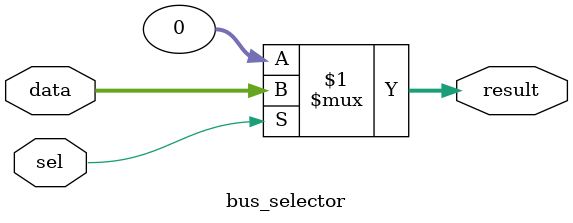
<source format=v>
module bus_selector 
    #(parameter width = 32)
(
    input sel,
    input [width-1:0] data,
    output [width-1:0] result
);
    assign result = sel ? data : 32'b0;
endmodule
</source>
